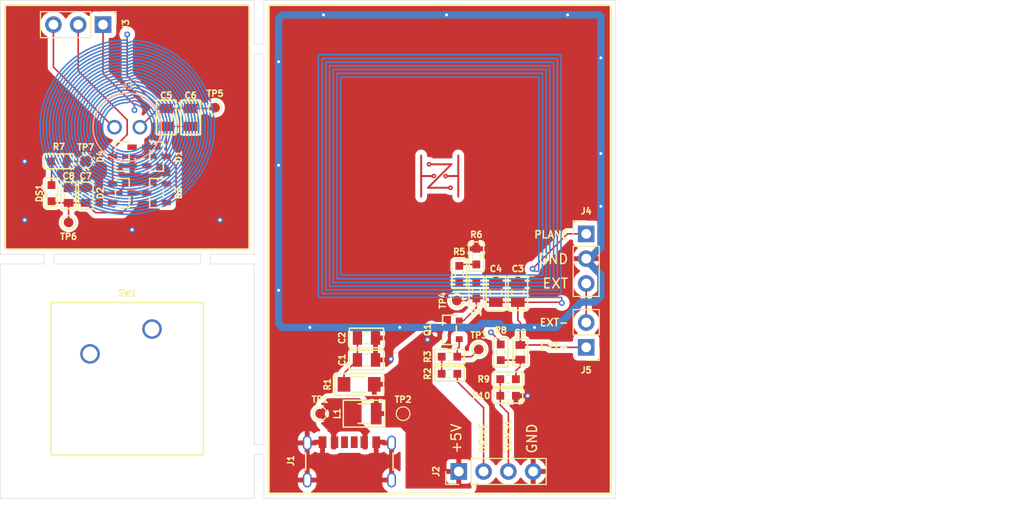
<source format=kicad_pcb>
(kicad_pcb (version 20240108) (generator "pcbnew") (generator_version "8.0")
  (layers (0 "F.Cu" signal) (1 "In1.Cu" signal) (2 "In2.Cu" signal) (31 "B.Cu" signal) (34 "B.Paste" user) (35 "F.Paste" user) (36 "B.SilkS" user "B.Silkscreen") (37 "F.SilkS" user "F.Silkscreen") (38 "B.Mask" user) (39 "F.Mask" user) (44 "Edge.Cuts" user))
  (net 0 "")
  (net 1 "GND")
  (net 2 "Net-(C1-Pad1)")
  (net 3 "Net-(C5-Pad2)")
  (net 4 "/Vout_rx")
  (net 5 "GND1")
  (net 6 "Net-(C9-Pad1)")
  (net 7 "Net-(DS1-Pad2)")
  (net 9 "+5VD")
  (net 11 "+5V")
  (net 12 "/Sense")
  (net 13 "/Drive")
  (net 14 "Net-(Q1-Pad1)")
  (net 15 "Net-(R2-Pad2)")
  (net 16 "Net-(R4-Pad2)")
  (net 17 "Net-(R5-Pad2)")
  (net 20 "Net-(J3-Pin_2)")
  (net 21 "Net-(J3-Pin_3)")
  (net 22 "Net-(J3-Pin_1)")
  (net 23 "/LC_tx")
  (net 24 "/LC_rx")
  (net 25 "Net-(J4-Pin_1)")
  (net 26 "Net-(J4-Pin_3)")
  (footprint "Harrington-Resistors:1608-SEM" (layer "F.Cu") (at 135.5 84.3 180)
    (property "Reference" "R9" (at 2.5 0 0) (layer "F.SilkS") (effects (font (size 0.629921 0.629921))))
    (property "Value" "100kΩ±1%" (hide yes))
    (pad "1" smd rect (at -0.8 0 180) (size 0.8 0.8) (layers "F.Cu" "F.Paste" "F.Mask") (net 6 "Net-(C9-Pad1)"))
    (pad "2" smd rect (at 0.8 0 180) (size 0.8 0.8) (layers "F.Cu" "F.Paste" "F.Mask") (net 12 "/Sense"))
  )
  (footprint "TestPoint:TestPoint_Pad_D1.0mm" (layer "F.Cu") (at 124.75 87.83)
    (property "Reference" "TP2" (at 0 -1.448 0) (layer "F.SilkS") (effects (font (size 0.63 0.63))))
    (property "Value" "TestPoint" (hide yes))
    (pad "1" smd circle (at 0 0) (size 1 1) (layers "F.Cu" "F.Mask") (net 11 "+5V"))
  )
  (footprint "Harrington-Resistors:1608-SEM" (layer "F.Cu") (at 132.25 75.25 90)
    (property "Reference" "R4" (at -2.25 0 180) (layer "F.SilkS") (effects (font (size 0.629921 0.629921))))
    (property "Value" "10Ω±1%" (hide yes))
    (pad "1" smd rect (at -0.8 0 90) (size 0.8 0.8) (layers "F.Cu" "F.Paste" "F.Mask") (net 23 "/LC_tx"))
    (pad "2" smd rect (at 0.8 0 90) (size 0.8 0.8) (layers "F.Cu" "F.Paste" "F.Mask") (net 16 "Net-(R4-Pad2)"))
  )
  (footprint "TestPoint:TestPoint_Pad_D1.0mm" (layer "F.Cu") (at 92.25 62)
    (property "Reference" "TP7" (at 0 -1.448 0) (layer "F.SilkS") (effects (font (size 0.63 0.63))))
    (property "Value" "TestPoint" (hide yes))
    (pad "1" smd circle (at 0 0) (size 1 1) (layers "F.Cu" "F.Mask") (net 5 "GND1"))
  )
  (footprint "Harrington-Diodes:1608" (layer "F.Cu") (at 88.75 65.25 90)
    (property "Reference" "DS1" (at 0 -1.25 90) (layer "F.SilkS") (effects (font (size 0.63 0.63))))
    (property "Value" "RED" (hide yes))
    (pad "1" smd rect (at -0.825 0 90) (size 0.8 0.8) (layers "F.Cu" "F.Paste" "F.Mask") (net 4 "/Vout_rx"))
    (pad "2" smd rect (at 0.825 0 90) (size 0.8 0.8) (layers "F.Cu" "F.Paste" "F.Mask") (net 7 "Net-(DS1-Pad2)"))
  )
  (footprint "Harrington-Capacitors:1608-SEM" (layer "F.Cu") (at 90.5 65.5 90)
    (property "Reference" "C8" (at 2 0 0) (layer "F.SilkS") (effects (font (size 0.63 0.63))))
    (property "Value" "0.001uF±10%" (hide yes))
    (pad "1" smd rect (at -0.75 0 90) (size 0.8 1) (layers "F.Cu" "F.Paste" "F.Mask") (net 4 "/Vout_rx"))
    (pad "2" smd rect (at 0.75 0 90) (size 0.8 1) (layers "F.Cu" "F.Paste" "F.Mask") (net 5 "GND1"))
  )
  (footprint "TestPoint:TestPoint_Pad_D1.0mm" (layer "F.Cu") (at 116.25 87.83)
    (property "Reference" "TP1" (at 0 -1.448 0) (layer "F.SilkS") (effects (font (size 0.63 0.63))))
    (property "Value" "TestPoint" (hide yes))
    (pad "1" smd circle (at 0 0) (size 1 1) (layers "F.Cu" "F.Mask") (net 9 "+5VD"))
  )
  (footprint "TestPoint:TestPoint_Pad_D1.0mm" (layer "F.Cu") (at 90.5 68.25 180)
    (property "Reference" "TP6" (at 0 -1.448 0) (layer "F.SilkS") (effects (font (size 0.63 0.63))))
    (property "Value" "TestPoint" (hide yes))
    (pad "1" smd circle (at 0 0 180) (size 1 1) (layers "F.Cu" "F.Mask") (net 4 "/Vout_rx"))
  )
  (footprint "Harrington-Transistors:SOT-23-3" (layer "F.Cu") (at 129.5 79.25 -90)
    (property "Reference" "Q1" (at 0 2.25 90) (layer "F.SilkS") (effects (font (size 0.629921 0.629921))))
    (property "Value" "MMBT2222A" (hide yes))
    (pad "1" smd rect (at 0.95 -1 270) (size 0.6 0.7) (layers "F.Cu" "F.Paste" "F.Mask") (net 14 "Net-(Q1-Pad1)"))
    (pad "2" smd rect (at -0.95 -1 270) (size 0.6 0.7) (layers "F.Cu" "F.Paste" "F.Mask") (net 23 "/LC_tx"))
    (pad "3" smd rect (at 0 1 270) (size 0.6 0.7) (layers "F.Cu" "F.Paste" "F.Mask") (net 11 "+5V"))
  )
  (footprint "Harrington-Diodes:SOT-23-3" (layer "F.Cu") (at 99.5 61.5 90)
    (property "Reference" "D1" (at 0 2.25 90) (layer "F.SilkS") (effects (font (size 0.63 0.63))))
    (property "Value" "BAT54L" (hide yes))
    (pad "1" smd rect (at 0.95 -1 90) (size 0.56 0.95) (layers "F.Cu" "F.Paste" "F.Mask") (net 5 "GND1"))
    (pad "2" smd rect (at -0.95 -1 90) (size 0.56 0.95) (layers "F.Cu" "F.Paste" "F.Mask"))
    (pad "3" smd rect (at 0 1 90) (size 0.56 0.95) (layers "F.Cu" "F.Paste" "F.Mask") (net 3 "Net-(C5-Pad2)"))
  )
  (footprint "Connector_PinHeader_2.54mm:PinHeader_1x03_P2.54mm_Vertical" (layer "F.Cu") (at 94.025 48 -90)
    (property "Reference" "J3" (at 0 -2.33 90) (layer "F.SilkS") (effects (font (size 0.63 0.63))))
    (property "Value" "Conn_01x03_Pin" (hide yes))
    (pad "1" thru_hole rect (at 0 0 270) (size 1.7 1.7) (drill 1) (layers "*.Cu" "*.Mask") (net 22 "Net-(J3-Pin_1)"))
    (pad "2" thru_hole oval (at 0 2.54 270) (size 1.7 1.7) (drill 1) (layers "*.Cu" "*.Mask") (net 20 "Net-(J3-Pin_2)"))
    (pad "3" thru_hole oval (at 0 5.08 270) (size 1.7 1.7) (drill 1) (layers "*.Cu" "*.Mask") (net 21 "Net-(J3-Pin_3)"))
  )
  (footprint "Harrington-Resistors:3216-SEM" (layer "F.Cu") (at 120.25 84.83 180)
    (property "Reference" "R1" (at 3.25 0 90) (layer "F.SilkS") (effects (font (size 0.629921 0.629921))))
    (property "Value" "1Ω±1%" (hide yes))
    (pad "1" smd rect (at -1.55 0 180) (size 1.3 1.5) (layers "F.Cu" "F.Paste" "F.Mask") (net 11 "+5V"))
    (pad "2" smd rect (at 1.55 0 180) (size 1.3 1.5) (layers "F.Cu" "F.Paste" "F.Mask") (net 2 "Net-(C1-Pad1)"))
  )
  (footprint "Harrington-Resistors:1608-SEM" (layer "F.Cu") (at 132.25 71.75 90)
    (property "Reference" "R6" (at 2.25 0 180) (layer "F.SilkS") (effects (font (size 0.629921 0.629921))))
    (property "Value" "10Ω±1%" (hide yes))
    (pad "1" smd rect (at -0.8 0 90) (size 0.8 0.8) (layers "F.Cu" "F.Paste" "F.Mask") (net 17 "Net-(R5-Pad2)"))
    (pad "2" smd rect (at 0.8 0 90) (size 0.8 0.8) (layers "F.Cu" "F.Paste" "F.Mask") (net 1 "GND"))
  )
  (footprint "Connector_PinHeader_2.54mm:PinHeader_1x02_P2.54mm_Vertical" (layer "F.Cu") (at 143.5 81.04 180)
    (property "Reference" "J5" (at 0 -2.33 0) (layer "F.SilkS") (effects (font (size 0.63 0.63))))
    (property "Value" "Conn_01x02_Pin" (hide yes))
    (pad "1" thru_hole rect (at 0 0 180) (size 1.7 1.7) (drill 1) (layers "*.Cu" "*.Mask") (net 23 "/LC_tx"))
    (pad "2" thru_hole oval (at 0 2.54 180) (size 1.7 1.7) (drill 1) (layers "*.Cu" "*.Mask") (net 26 "Net-(J4-Pin_3)"))
  )
  (footprint "Harrington-Resistors:1608-SEM" (layer "F.Cu") (at 130.5 73.5 90)
    (property "Reference" "R5" (at 2.25 0 0) (layer "F.SilkS") (effects (font (size 0.629921 0.629921))))
    (property "Value" "10Ω±1%" (hide yes))
    (pad "1" smd rect (at -0.8 0 90) (size 0.8 0.8) (layers "F.Cu" "F.Paste" "F.Mask") (net 16 "Net-(R4-Pad2)"))
    (pad "2" smd rect (at 0.8 0 90) (size 0.8 0.8) (layers "F.Cu" "F.Paste" "F.Mask") (net 17 "Net-(R5-Pad2)"))
  )
  (footprint "Harrington-Switches:MX-1-Pole" (layer "F.Cu") (at 96.5 84.25)
    (property "Reference" "SW1" (at 0 -8.75 0) (layer "F.SilkS") (effects (font (size 0.63 0.63))))
    (property "Value" "MX-Brown" (hide yes))
    (pad "" np_thru_hole circle (at 0 0) (size 4 4) (drill 4) (layers "F&B.Cu" "*.Mask"))
    (pad "1" thru_hole circle (at -3.81 -2.54) (size 2 2) (drill 1.5) (layers "*.Cu" "*.Mask"))
    (pad "2" thru_hole circle (at 2.54 -5.08) (size 2 2) (drill 1.5) (layers "*.Cu" "*.Mask"))
  )
  (footprint "Harrington-Diodes:SOT-23-3" (layer "F.Cu") (at 96 65.25 90)
    (property "Reference" "D2" (at 0 -2.25 90) (layer "F.SilkS") (effects (font (size 0.63 0.63))))
    (property "Value" "BAT54L" (hide yes))
    (pad "1" smd rect (at 0.95 -1 90) (size 0.56 0.95) (layers "F.Cu" "F.Paste" "F.Mask") (net 20 "Net-(J3-Pin_2)"))
    (pad "2" smd rect (at -0.95 -1 90) (size 0.56 0.95) (layers "F.Cu" "F.Paste" "F.Mask"))
    (pad "3" smd rect (at 0 1 90) (size 0.56 0.95) (layers "F.Cu" "F.Paste" "F.Mask") (net 4 "/Vout_rx"))
  )
  (footprint "TestPoint:TestPoint_Pad_D1.0mm" (layer "F.Cu") (at 132.5 81.25)
    (property "Reference" "TP3" (at 0 -1.448 0) (layer "F.SilkS") (effects (font (size 0.63 0.63))))
    (property "Value" "TestPoint" (hide yes))
    (pad "1" smd circle (at 0 0) (size 1 1) (layers "F.Cu" "F.Mask") (net 14 "Net-(Q1-Pad1)"))
  )
  (footprint "Harrington-Inductors:2520-SEM" (layer "F.Cu") (at 120.75 87.83)
    (property "Reference" "L1" (at -2.75 0 90) (layer "F.SilkS") (effects (font (size 0.629921 0.629921))))
    (property "Value" "4.7uH" (hide yes))
    (pad "1" smd rect (at -1.25 0) (size 1.1 2.2) (layers "F.Cu" "F.Paste" "F.Mask") (net 9 "+5VD"))
    (pad "2" smd rect (at 1.25 0) (size 1.1 2.2) (layers "F.Cu" "F.Paste" "F.Mask") (net 11 "+5V"))
  )
  (footprint "TestPoint:TestPoint_Pad_D1.0mm" (layer "F.Cu") (at 130.25 76.25 90)
    (property "Reference" "TP4" (at 0 -1.448 90) (layer "F.SilkS") (effects (font (size 0.63 0.63))))
    (property "Value" "TestPoint" (hide yes))
    (pad "1" smd circle (at 0 0 90) (size 1 1) (layers "F.Cu" "F.Mask") (net 23 "/LC_tx"))
  )
  (footprint "Harrington-Resistors:1608-SEM" (layer "F.Cu") (at 89.5 62)
    (property "Reference" "R7" (at 0 -1.5 0) (layer "F.SilkS") (effects (font (size 0.63 0.63))))
    (property "Value" "3.3kΩ±1%" (hide yes))
    (pad "1" smd rect (at -0.8 0) (size 0.8 0.8) (layers "F.Cu" "F.Paste" "F.Mask") (net 7 "Net-(DS1-Pad2)"))
    (pad "2" smd rect (at 0.8 0) (size 0.8 0.8) (layers "F.Cu" "F.Paste" "F.Mask") (net 5 "GND1"))
  )
  (footprint "Harrington-Connectors:USB-4125" (layer "F.Cu") (at 119.25 90.83)
    (property "Reference" "J1" (at -6 1.8125 90) (layer "F.SilkS") (effects (font (size 0.629921 0.629921))))
    (property "Value" "USB-C-CHARGING" (hide yes))
    (pad "A5" smd rect (at -0.5 -0.08) (size 0.7 1.2) (layers "F.Cu" "F.Paste" "F.Mask"))
    (pad "A9" smd rect (at 1.52 -0.08) (size 0.76 1.2) (layers "F.Cu" "F.Paste" "F.Mask") (net 9 "+5VD"))
    (pad "A12" smd rect (at 2.75 -0.08) (size 0.8 1.2) (layers "F.Cu" "F.Paste" "F.Mask") (net 1 "GND"))
    (pad "B5" smd rect (at 0.5 -0.08) (size 0.7 1.2) (layers "F.Cu" "F.Paste" "F.Mask"))
    (pad "B9" smd rect (at -1.52 -0.08) (size 0.76 1.2) (layers "F.Cu" "F.Paste" "F.Mask") (net 9 "+5VD"))
    (pad "B12" smd rect (at -2.75 -0.08) (size 0.8 1.2) (layers "F.Cu" "F.Paste" "F.Mask") (net 1 "GND"))
    (pad "SHELL@1" thru_hole oval (at -4.32 0) (size 0.9 1.5) (drill oval 0.6 1.2) (layers "*.Cu" "*.Mask") (net 1 "GND"))
    (pad "SHELL@2" thru_hole oval (at 4.32 0) (size 0.9 1.5) (drill oval 0.6 1.2) (layers "*.Cu" "*.Mask") (net 1 "GND"))
    (pad "SHELL@3" thru_hole oval (at -4.32 3.8) (size 0.9 1.5) (drill oval 0.6 1.2) (layers "*.Cu" "*.Mask") (net 1 "GND"))
    (pad "SHELL@4" thru_hole oval (at 4.32 3.8) (size 0.9 1.5) (drill oval 0.6 1.2) (layers "*.Cu" "*.Mask") (net 1 "GND"))
  )
  (footprint "Harrington-Aesthetics:SIGNATURE" (layer "F.Cu") (at 128.5 63.5)
    (property "Reference" "U1" (hide yes))
    (property "Value" "SIGNATURE" (hide yes))
    (fp_line (start -1.9 0) (end -1.9 -2.1) (stroke (width 0.2)) (layer "F.Cu"))
    (fp_line (start -1.9 0) (end -0.8 0) (stroke (width 0.2)) (layer "F.Cu"))
    (fp_line (start -1.9 2.1) (end -1.9 0) (stroke (width 0.2)) (layer "F.Cu"))
    (fp_line (start -1.2 1.2) (end 1.2 -1.2) (stroke (width 0.2)) (layer "F.Cu"))
    (fp_line (start -0.9 -1.2) (end 1.2 -1.2) (stroke (width 0.2)) (layer "F.Cu"))
    (fp_line (start 0.9 1.2) (end -1.2 1.2) (stroke (width 0.2)) (layer "F.Cu"))
    (fp_line (start 1.9 -2.1) (end 1.9 0) (stroke (width 0.2)) (layer "F.Cu"))
    (fp_line (start 1.9 0) (end 0.8 0) (stroke (width 0.2)) (layer "F.Cu"))
    (fp_line (start 1.9 0) (end 1.9 2.1) (stroke (width 0.2)) (layer "F.Cu"))
    (fp_circle (center -1.1 -1.2) (end -0.94 -1.2) (stroke (width 0.16)) (fill none) (layer "F.Cu"))
    (fp_circle (center -0.6 0) (end -0.44 0) (stroke (width 0.16)) (fill none) (layer "F.Cu"))
    (fp_circle (center 0.6 0) (end 0.76 0) (stroke (width 0.16)) (fill none) (layer "F.Cu"))
    (fp_circle (center 1.1 1.2) (end 1.26 1.2) (stroke (width 0.16)) (fill none) (layer "F.Cu"))
  )
  (footprint "Harrington-Capacitors:2012-SEM" (layer "F.Cu") (at 100.5 57.5 -90)
    (property "Reference" "C5" (at -2.25 0 180) (layer "F.SilkS") (effects (font (size 0.63 0.63))))
    (property "Value" "0.01uF±5%" (hide yes))
    (pad "1" smd rect (at -0.925 0 270) (size 0.95 1.4) (layers "F.Cu" "F.Paste" "F.Mask") (net 24 "/LC_rx"))
    (pad "2" smd rect (at 0.925 0 270) (size 0.95 1.4) (layers "F.Cu" "F.Paste" "F.Mask") (net 3 "Net-(C5-Pad2)"))
  )
  (footprint "Harrington-Resistors:1608-SEM" (layer "F.Cu") (at 129.5 83.75 180)
    (property "Reference" "R2" (at 2.25 0 90) (layer "F.SilkS") (effects (font (size 0.629921 0.629921))))
    (property "Value" "3.3kΩ±1%" (hide yes))
    (pad "1" smd rect (at -0.8 0 180) (size 0.8 0.8) (layers "F.Cu" "F.Paste" "F.Mask") (net 13 "/Drive"))
    (pad "2" smd rect (at 0.8 0 180) (size 0.8 0.8) (layers "F.Cu" "F.Paste" "F.Mask") (net 15 "Net-(R2-Pad2)"))
  )
  (footprint "TestPoint:TestPoint_Pad_D1.0mm" (layer "F.Cu") (at 105.5 56.5)
    (property "Reference" "TP5" (at 0 -1.448 0) (layer "F.SilkS") (effects (font (size 0.63 0.63))))
    (property "Value" "TestPoint" (hide yes))
    (pad "1" smd circle (at 0 0) (size 1 1) (layers "F.Cu" "F.Mask") (net 24 "/LC_rx"))
  )
  (footprint "Connector_PinHeader_2.54mm:PinHeader_1x03_P2.54mm_Vertical" (layer "F.Cu") (at 143.5 69.42)
    (property "Reference" "J4" (at 0 -2.33 0) (layer "F.SilkS") (effects (font (size 0.63 0.63))))
    (property "Value" "Conn_01x03_Pin" (hide yes))
    (pad "1" thru_hole rect (at 0 0) (size 1.7 1.7) (drill 1) (layers "*.Cu" "*.Mask") (net 25 "Net-(J4-Pin_1)"))
    (pad "2" thru_hole oval (at 0 2.54) (size 1.7 1.7) (drill 1) (layers "*.Cu" "*.Mask") (net 1 "GND"))
    (pad "3" thru_hole oval (at 0 5.08) (size 1.7 1.7) (drill 1) (layers "*.Cu" "*.Mask") (net 26 "Net-(J4-Pin_3)"))
  )
  (footprint "Harrington-Diodes:SOT-23-3" (layer "F.Cu") (at 99.5 65.25 -90)
    (property "Reference" "D3" (at 0 -2.25 90) (layer "F.SilkS") (effects (font (size 0.63 0.63))))
    (property "Value" "BAT54L" (hide yes))
    (pad "1" smd rect (at 0.95 -1 270) (size 0.56 0.95) (layers "F.Cu" "F.Paste" "F.Mask") (net 3 "Net-(C5-Pad2)"))
    (pad "2" smd rect (at -0.95 -1 270) (size 0.56 0.95) (layers "F.Cu" "F.Paste" "F.Mask"))
    (pad "3" smd rect (at 0 1 270) (size 0.56 0.95) (layers "F.Cu" "F.Paste" "F.Mask") (net 4 "/Vout_rx"))
  )
  (footprint "Harrington-Capacitors:2012-SEM" (layer "F.Cu") (at 134.25 75.5 90)
    (property "Reference" "C4" (at 2.5 0 180) (layer "F.SilkS") (effects (font (size 0.629921 0.629921))))
    (property "Value" "0.039uF±5%" (hide yes))
    (pad "1" smd rect (at -0.925 0 90) (size 0.95 1.4) (layers "F.Cu" "F.Paste" "F.Mask") (net 23 "/LC_tx"))
    (pad "2" smd rect (at 0.925 0 90) (size 0.95 1.4) (layers "F.Cu" "F.Paste" "F.Mask") (net 1 "GND"))
  )
  (footprint "Harrington-Resistors:1608-SEM" (layer "F.Cu") (at 134.75 81.55 -90)
    (property "Reference" "R8" (at -2.25 0 180) (layer "F.SilkS") (effects (font (size 0.629921 0.629921))))
    (property "Value" "180kΩ±1%" (hide yes))
    (pad "1" smd rect (at -0.8 0 270) (size 0.8 0.8) (layers "F.Cu" "F.Paste" "F.Mask") (net 11 "+5V"))
    (pad "2" smd rect (at 0.8 0 270) (size 0.8 0.8) (layers "F.Cu" "F.Paste" "F.Mask") (net 6 "Net-(C9-Pad1)"))
  )
  (footprint "Harrington-Capacitors:1608-SEM" (layer "F.Cu") (at 136.75 81.55 90)
    (property "Reference" "C9" (at 2 0 180) (layer "F.SilkS") (effects (font (size 0.629921 0.629921))))
    (property "Value" "0.1uF±5%" (hide yes))
    (pad "1" smd rect (at -0.75 0 90) (size 0.8 1) (layers "F.Cu" "F.Paste" "F.Mask") (net 6 "Net-(C9-Pad1)"))
    (pad "2" smd rect (at 0.75 0 90) (size 0.8 1) (layers "F.Cu" "F.Paste" "F.Mask") (net 23 "/LC_tx"))
  )
  (footprint "Harrington-Diodes:SOT-23-3" (layer "F.Cu") (at 96 61.5 -90)
    (property "Reference" "D4" (at 0 2.25 90) (layer "F.SilkS") (effects (font (size 0.63 0.63))))
    (property "Value" "BAT54L" (hide yes))
    (pad "1" smd rect (at 0.95 -1 270) (size 0.56 0.95) (layers "F.Cu" "F.Paste" "F.Mask") (net 5 "GND1"))
    (pad "2" smd rect (at -0.95 -1 270) (size 0.56 0.95) (layers "F.Cu" "F.Paste" "F.Mask"))
    (pad "3" smd rect (at 0 1 270) (size 0.56 0.95) (layers "F.Cu" "F.Paste" "F.Mask") (net 20 "Net-(J3-Pin_2)"))
  )
  (footprint "Connector_PinHeader_2.54mm:PinHeader_1x04_P2.54mm_Vertical" (layer "F.Cu") (at 130.45 93.75 90)
    (property "Reference" "J2" (at 0 -2.33 90) (layer "F.SilkS") (effects (font (size 0.63 0.63))))
    (property "Value" "Conn_01x04_Pin" (hide yes))
    (pad "1" thru_hole rect (at 0 0 90) (size 1.7 1.7) (drill 1) (layers "*.Cu" "*.Mask") (net 11 "+5V"))
    (pad "2" thru_hole oval (at 0 2.54 90) (size 1.7 1.7) (drill 1) (layers "*.Cu" "*.Mask") (net 13 "/Drive"))
    (pad "3" thru_hole oval (at 0 5.08 90) (size 1.7 1.7) (drill 1) (layers "*.Cu" "*.Mask") (net 12 "/Sense"))
    (pad "4" thru_hole oval (at 0 7.62 90) (size 1.7 1.7) (drill 1) (layers "*.Cu" "*.Mask") (net 1 "GND"))
  )
  (footprint "Harrington-Capacitors:1608-SEM" (layer "F.Cu") (at 92.25 65.5 90)
    (property "Reference" "C7" (at 2 0 0) (layer "F.SilkS") (effects (font (size 0.63 0.63))))
    (property "Value" "0.001uF±10%" (hide yes))
    (pad "1" smd rect (at -0.75 0 90) (size 0.8 1) (layers "F.Cu" "F.Paste" "F.Mask") (net 4 "/Vout_rx"))
    (pad "2" smd rect (at 0.75 0 90) (size 0.8 1) (layers "F.Cu" "F.Paste" "F.Mask") (net 5 "GND1"))
  )
  (footprint "Harrington-Capacitors:2012-SEM" (layer "F.Cu") (at 136.5 75.5 90)
    (property "Reference" "C3" (at 2.5 0 180) (layer "F.SilkS") (effects (font (size 0.629921 0.629921))))
    (property "Value" "0.039uF±5%" (hide yes))
    (pad "1" smd rect (at -0.925 0 90) (size 0.95 1.4) (layers "F.Cu" "F.Paste" "F.Mask") (net 23 "/LC_tx"))
    (pad "2" smd rect (at 0.925 0 90) (size 0.95 1.4) (layers "F.Cu" "F.Paste" "F.Mask") (net 1 "GND"))
  )
  (footprint "Harrington-Capacitors:2012-SEM" (layer "F.Cu") (at 121 80.08)
    (property "Reference" "C2" (at -2.5 0 90) (layer "F.SilkS") (effects (font (size 0.629921 0.629921))))
    (property "Value" "10uF±10%" (hide yes))
    (pad "1" smd rect (at -0.925 0) (size 0.95 1.4) (layers "F.Cu" "F.Paste" "F.Mask") (net 2 "Net-(C1-Pad1)"))
    (pad "2" smd rect (at 0.925 0) (size 0.95 1.4) (layers "F.Cu" "F.Paste" "F.Mask") (net 1 "GND"))
  )
  (footprint "Harrington-Capacitors:2012-SEM" (layer "F.Cu") (at 121 82.33)
    (property "Reference" "C1" (at -2.5 0 90) (layer "F.SilkS") (effects (font (size 0.629921 0.629921))))
    (property "Value" "10uF±10%" (hide yes))
    (pad "1" smd rect (at -0.925 0) (size 0.95 1.4) (layers "F.Cu" "F.Paste" "F.Mask") (net 2 "Net-(C1-Pad1)"))
    (pad "2" smd rect (at 0.925 0) (size 0.95 1.4) (layers "F.Cu" "F.Paste" "F.Mask") (net 1 "GND"))
  )
  (footprint "Harrington-Capacitors:2012-SEM" (layer "F.Cu") (at 103 57.5 -90)
    (property "Reference" "C6" (at -2.25 0 180) (layer "F.SilkS") (effects (font (size 0.63 0.63))))
    (property "Value" "0.01uF±5%" (hide yes))
    (pad "1" smd rect (at -0.925 0 270) (size 0.95 1.4) (layers "F.Cu" "F.Paste" "F.Mask") (net 24 "/LC_rx"))
    (pad "2" smd rect (at 0.925 0 270) (size 0.95 1.4) (layers "F.Cu" "F.Paste" "F.Mask") (net 3 "Net-(C5-Pad2)"))
  )
  (footprint "Harrington-Resistors:1608-SEM" (layer "F.Cu") (at 135.5 86)
    (property "Reference" "R10" (at -2.75 0 0) (layer "F.SilkS") (effects (font (size 0.629921 0.629921))))
    (property "Value" "100kΩ±1%" (hide yes))
    (pad "1" smd rect (at -0.8 0) (size 0.8 0.8) (layers "F.Cu" "F.Paste" "F.Mask") (net 12 "/Sense"))
    (pad "2" smd rect (at 0.8 0) (size 0.8 0.8) (layers "F.Cu" "F.Paste" "F.Mask") (net 1 "GND"))
  )
  (footprint "Harrington-Resistors:1608-SEM" (layer "F.Cu") (at 129.5 82)
    (property "Reference" "R3" (at -2.25 0 90) (layer "F.SilkS") (effects (font (size 0.629921 0.629921))))
    (property "Value" "3.3kΩ±1%" (hide yes))
    (pad "1" smd rect (at -0.8 0) (size 0.8 0.8) (layers "F.Cu" "F.Paste" "F.Mask") (net 15 "Net-(R2-Pad2)"))
    (pad "2" smd rect (at 0.8 0) (size 0.8 0.8) (layers "F.Cu" "F.Paste" "F.Mask") (net 14 "Net-(Q1-Pad1)"))
  )
  (footprint "Harrington-Inductors:7x9mm-TH" (layer "B.Cu") (at 96.5 58.5 180)
    (property "Reference" "L4" (at 0 4.25 0) (layer "B.SilkS") (effects (font (size 0.63 0.63)) (justify mirror)))
    (property "Value" "33uH" (hide yes))
    (pad "1" thru_hole circle (at -1.3 0 180) (size 1.5 1.5) (drill 1) (layers "*.Cu" "*.Mask") (net 24 "/LC_rx"))
    (pad "2" thru_hole circle (at 1.3 0 180) (size 1.5 1.5) (drill 1) (layers "*.Cu" "*.Mask") (net 21 "Net-(J3-Pin_3)"))
  )
  (footprint "Harrington-Inductors:PLANAR-2.5uH-25x25mm" (layer "B.Cu") (at 128.5 63.5 180)
    (property "Reference" "L2" (hide yes))
    (property "Value" "2.5uH" (hide yes))
    (fp_line (start 12.42 12.42) (end 12.42 -12.42) (stroke (width 0.16)) (layer "B.Cu"))
    (fp_line (start 12.42 -12.42) (end -12.42 -12.42) (stroke (width 0.16)) (layer "B.Cu"))
    (fp_line (start 12.04 12.04) (end 12.04 -12.04) (stroke (width 0.16)) (layer "B.Cu"))
    (fp_line (start 12.04 -12.04) (end -12.42 -12.04) (stroke (width 0.16)) (layer "B.Cu"))
    (fp_line (start 11.66 11.66) (end 11.66 -11.66) (stroke (width 0.16)) (layer "B.Cu"))
    (fp_line (start 11.66 -11.66) (end -12.04 -11.66) (stroke (width 0.16)) (layer "B.Cu"))
    (fp_line (start 11.28 11.28) (end 11.28 -11.28) (stroke (width 0.16)) (layer "B.Cu"))
    (fp_line (start 11.28 -11.28) (end -11.66 -11.28) (stroke (width 0.16)) (layer "B.Cu"))
    (fp_line (start 10.9 10.9) (end 10.9 -10.9) (stroke (width 0.16)) (layer "B.Cu"))
    (fp_line (start 10.9 -10.9) (end -11.28 -10.9) (stroke (width 0.16)) (layer "B.Cu"))
    (fp_line (start 10.52 10.52) (end 10.52 -10.52) (stroke (width 0.16)) (layer "B.Cu"))
    (fp_line (start 10.52 -10.52) (end -10.9 -10.52) (stroke (width 0.16)) (layer "B.Cu"))
    (fp_line (start 10.14 10.14) (end 10.14 -10.14) (stroke (width 0.16)) (layer "B.Cu"))
    (fp_line (start 10.14 -10.14) (end -10.52 -10.14) (stroke (width 0.16)) (layer "B.Cu"))
    (fp_line (start -10.14 10.14) (end 10.14 10.14) (stroke (width 0.16)) (layer "B.Cu"))
    (fp_line (start -10.14 -9.76) (end -10.14 10.14) (stroke (width 0.16)) (layer "B.Cu"))
    (fp_line (start -10.52 10.52) (end 10.52 10.52) (stroke (width 0.16)) (layer "B.Cu"))
    (fp_line (start -10.52 -10.14) (end -10.52 10.52) (stroke (width 0.16)) (layer "B.Cu"))
    (fp_line (start -10.9 10.9) (end 10.9 10.9) (stroke (width 0.16)) (layer "B.Cu"))
    (fp_line (start -10.9 -10.52) (end -10.9 10.9) (stroke (width 0.16)) (layer "B.Cu"))
    (fp_line (start -11.28 11.28) (end 11.28 11.28) (stroke (width 0.16)) (layer "B.Cu"))
    (fp_line (start -11.28 -10.9) (end -11.28 11.28) (stroke (width 0.16)) (layer "B.Cu"))
    (fp_line (start -11.66 11.66) (end 11.66 11.66) (stroke (width 0.16)) (layer "B.Cu"))
    (fp_line (start -11.66 -11.28) (end -11.66 11.66) (stroke (width 0.16)) (layer "B.Cu"))
    (fp_line (start -12.04 12.04) (end 12.04 12.04) (stroke (width 0.16)) (layer "B.Cu"))
    (fp_line (start -12.04 -11.66) (end -12.04 12.04) (stroke (width 0.16)) (layer "B.Cu"))
    (fp_line (start -12.42 12.42) (end 12.42 12.42) (stroke (width 0.16)) (layer "B.Cu"))
    (fp_line (start -12.42 -12.04) (end -12.42 12.42) (stroke (width 0.16)) (layer "B.Cu"))
    (pad "1" smd roundrect (at -12.42 -12.42 180) (size 0.16 0.16) (layers "B.Cu" "B.Paste" "B.Mask") (net 23 "/LC_tx"))
    (pad "2" smd roundrect (at -10.14 -9.76 180) (size 0.16 0.16) (layers "B.Cu" "B.Paste" "B.Mask") (net 25 "Net-(J4-Pin_1)"))
  )
  (footprint "Harrington-Inductors:PLANAR-4.7uH-18x18mm" (layer "B.Cu") (at 96.5 58.5 180)
    (property "Reference" "L3" (hide yes))
    (property "Value" "4.7uH" (hide yes))
    (fp_line (start 0 8.6) (end -0.781381 8.88571) (stroke (width 0.16)) (layer "B.Cu"))
    (fp_line (start 0 8.28) (end -0.779508 8.5646) (stroke (width 0.16)) (layer "B.Cu"))
    (fp_line (start 0 7.96) (end -0.779361 8.24324) (stroke (width 0.16)) (layer "B.Cu"))
    (fp_line (start 0 7.64) (end -0.786063 7.921092) (stroke (width 0.16)) (layer "B.Cu"))
    (fp_line (start 0 7.32) (end -0.782045 7.599869) (stroke (width 0.16)) (layer "B.Cu"))
    (fp_line (start 0 7) (end -0.772479 7.279126) (stroke (width 0.16)) (layer "B.Cu"))
    (fp_line (start 0 6.68) (end -0.785173 6.955825) (stroke (width 0.16)) (layer "B.Cu"))
    (fp_line (start 0 6.36) (end -0.766809 6.635843) (stroke (width 0.16)) (layer "B.Cu"))
    (fp_line (start 0 6.04) (end -0.779026 6.31211) (stroke (width 0.16)) (layer "B.Cu"))
    (fp_line (start 0 5.72) (end -0.779926 5.989435) (stroke (width 0.16)) (layer "B.Cu"))
    (fp_line (start 0 5.4) (end -0.787717 5.665502) (stroke (width 0.16)) (layer "B.Cu"))
    (fp_line (start 0 5.08) (end -0.780482 5.343299) (stroke (width 0.16)) (layer "B.Cu"))
    (fp_line (start 0 4.76) (end -0.78301 5.019292) (stroke (width 0.16)) (layer "B.Cu"))
    (fp_line (start 0 4.44) (end -0.782539 4.695237) (stroke (width 0.16)) (layer "B.Cu"))
    (fp_line (start 0 4.12) (end -0.778438 4.37123) (stroke (width 0.16)) (layer "B.Cu"))
    (fp_line (start 0 3.8) (end -0.781022 4.045294) (stroke (width 0.16)) (layer "B.Cu"))
    (fp_line (start 0 3.48) (end -0.783853 3.718276) (stroke (width 0.16)) (layer "B.Cu"))
    (fp_line (start 0 3.16) (end -0.780319 3.391386) (stroke (width 0.16)) (layer "B.Cu"))
    (fp_line (start 0 2.84) (end -0.77577 3.063296) (stroke (width 0.16)) (layer "B.Cu"))
    (fp_line (start 0 2.52) (end -0.780209 2.73073) (stroke (width 0.16)) (layer "B.Cu"))
    (fp_arc (start -0.766809 6.635843) (mid 0.38403 -6.668952) (end 0 6.68) (stroke (width 0.16)) (layer "B.Cu"))
    (fp_arc (start -0.772479 7.279126) (mid 0.38678 -7.309774) (end 0 7.32) (stroke (width 0.16)) (layer "B.Cu"))
    (fp_arc (start -0.77577 3.063296) (mid 0.390885 -3.135731) (end 0 3.16) (stroke (width 0.16)) (layer "B.Cu"))
    (fp_arc (start -0.775973 2.397557) (mid 0.392769 -2.489202) (end 0 2.52) (stroke (width 0.16)) (layer "B.Cu"))
    (fp_arc (start -0.778438 4.37123) (mid 0.390713 -4.422775) (end 0 4.44) (stroke (width 0.16)) (layer "B.Cu"))
    (fp_arc (start -0.779026 6.31211) (mid 0.39023 -6.348016) (end 0 6.36) (stroke (width 0.16)) (layer "B.Cu"))
    (fp_arc (start -0.779361 8.24324) (mid 0.390102 -8.270805) (end 0 8.28) (stroke (width 0.16)) (layer "B.Cu"))
    (fp_arc (start -0.779508 8.5646) (mid 0.390148 -8.591146) (end 0 8.6) (stroke (width 0.16)) (layer "B.Cu"))
    (fp_arc (start -0.779926 5.989435) (mid 0.390762 -6.027346) (end 0 6.04) (stroke (width 0.16)) (layer "B.Cu"))
    (fp_arc (start -0.780209 2.73073) (mid 0.393896 -2.81255) (end 0 2.84) (stroke (width 0.16)) (layer "B.Cu"))
    (fp_arc (start -0.780319 3.391386) (mid 0.392667 -3.457775) (end 0 3.48) (stroke (width 0.16)) (layer "B.Cu"))
    (fp_arc (start -0.780482 5.343299) (mid 0.391269 -5.385806) (end 0 5.4) (stroke (width 0.16)) (layer "B.Cu"))
    (fp_arc (start -0.781022 4.045294) (mid 0.392293 -4.101281) (end 0 4.12) (stroke (width 0.16)) (layer "B.Cu"))
    (fp_arc (start -0.781381 8.88571) (mid 0.391067 -8.911423) (end 0 8.92) (stroke (width 0.16)) (layer "B.Cu"))
    (fp_arc (start -0.782045 7.599869) (mid 0.391533 -7.629961) (end 0 7.64) (stroke (width 0.16)) (layer "B.Cu"))
    (fp_arc (start -0.782539 4.695237) (mid 0.392585 -4.743782) (end 0 4.76) (stroke (width 0.16)) (layer "B.Cu"))
    (fp_arc (start -0.78301 5.019292) (mid 0.39268 -5.0648) (end 0 5.08) (stroke (width 0.16)) (layer "B.Cu"))
    (fp_arc (start -0.783853 3.718276) (mid 0.394049 -3.779514) (end 0 3.8) (stroke (width 0.16)) (layer "B.Cu"))
    (fp_arc (start -0.785173 6.955825) (mid 0.393207 -6.988947) (end 0 7) (stroke (width 0.16)) (layer "B.Cu"))
    (fp_arc (start -0.786063 7.921092) (mid 0.393513 -7.950267) (end 0 7.96) (stroke (width 0.16)) (layer "B.Cu"))
    (fp_arc (start -0.787717 5.665502) (mid 0.394786 -5.706359) (end 0 5.72) (stroke (width 0.16)) (layer "B.Cu"))
    (pad "1" smd roundrect (at 0 8.92 180) (size 0.16 0.16) (layers "B.Cu" "B.Paste" "B.Mask") (roundrect_rratio 0.5) (net 24 "/LC_rx"))
    (pad "2" smd roundrect (at -0.775973 2.397557 180) (size 0.16 0.16) (layers "B.Cu" "B.Paste" "B.Mask") (roundrect_rratio 0.5) (net 22 "Net-(J3-Pin_1)"))
  )
  (gr_rect (start 84 46) (end 109 71) (stroke (width 0.2)) (fill none) (layer "F.SilkS"))
  (gr_rect (start 111 46) (end 146 96) (stroke (width 0.2)) (fill none) (layer "F.SilkS"))
  (gr_line (start 104 71.5) (end 89 71.5) (stroke (width 0.05)) (layer "Edge.Cuts"))
  (gr_line (start 110.5 96.5) (end 110.5 92) (stroke (width 0.05)) (layer "Edge.Cuts"))
  (gr_line (start 89 72.5) (end 104 72.5) (stroke (width 0.05)) (layer "Edge.Cuts"))
  (gr_line (start 110.5 92) (end 109.5 92) (stroke (width 0.05)) (layer "Edge.Cuts"))
  (gr_line (start 88 71.5) (end 88 72.5) (stroke (width 0.05)) (layer "Edge.Cuts"))
  (gr_line (start 146.5 96.5) (end 110.5 96.5) (stroke (width 0.05)) (layer "Edge.Cuts"))
  (gr_line (start 83.5 45.5) (end 109.5 45.5) (stroke (width 0.05)) (layer "Edge.Cuts"))
  (gr_line (start 109.5 45.5) (end 109.5 50) (stroke (width 0.05)) (layer "Edge.Cuts"))
  (gr_line (start 110.5 91) (end 109.5 91) (stroke (width 0.05)) (layer "Edge.Cuts"))
  (gr_line (start 109.5 91) (end 109.5 72.5) (stroke (width 0.05)) (layer "Edge.Cuts"))
  (gr_line (start 110.5 50) (end 110.5 45.5) (stroke (width 0.05)) (layer "Edge.Cuts"))
  (gr_line (start 109.5 50) (end 110.5 50) (stroke (width 0.05)) (layer "Edge.Cuts"))
  (gr_line (start 88 72.5) (end 83.5 72.5) (stroke (width 0.05)) (layer "Edge.Cuts"))
  (gr_line (start 105 72.5) (end 105 71.5) (stroke (width 0.05)) (layer "Edge.Cuts"))
  (gr_line (start 109.5 71.5) (end 109.5 51) (stroke (width 0.05)) (layer "Edge.Cuts"))
  (gr_line (start 109.5 96.5) (end 83.5 96.5) (stroke (width 0.05)) (layer "Edge.Cuts"))
  (gr_line (start 109.5 92) (end 109.5 96.5) (stroke (width 0.05)) (layer "Edge.Cuts"))
  (gr_line (start 83.5 45.5) (end 83.5 71.5) (stroke (width 0.05)) (layer "Edge.Cuts"))
  (gr_line (start 105 71.5) (end 109.5 71.5) (stroke (width 0.05)) (layer "Edge.Cuts"))
  (gr_line (start 109.5 51) (end 110.5 51) (stroke (width 0.05)) (layer "Edge.Cuts"))
  (gr_line (start 83.5 71.5) (end 88 71.5) (stroke (width 0.05)) (layer "Edge.Cuts"))
  (gr_line (start 83.5 72.5) (end 83.5 96.5) (stroke (width 0.05)) (layer "Edge.Cuts"))
  (gr_line (start 109.5 72.5) (end 105 72.5) (stroke (width 0.05)) (layer "Edge.Cuts"))
  (gr_line (start 146.5 45.5) (end 146.5 96.5) (stroke (width 0.05)) (layer "Edge.Cuts"))
  (gr_line (start 110.5 45.5) (end 146.5 45.5) (stroke (width 0.05)) (layer "Edge.Cuts"))
  (gr_line (start 89 71.5) (end 89 72.5) (stroke (width 0.05)) (layer "Edge.Cuts"))
  (gr_line (start 110.5 51) (end 110.5 91) (stroke (width 0.05)) (layer "Edge.Cuts"))
  (gr_line (start 104 72.5) (end 104 71.5) (stroke (width 0.05)) (layer "Edge.Cuts"))
  (gr_text "EXT" (at 141.75 74.5 0) (layer "F.SilkS") (effects (font (size 1 1)) (justify right)))
  (gr_text "EXT+" (at 141.75 81 0) (layer "F.SilkS") (effects (font (size 0.75 0.75) (thickness 0.15) (bold yes)) (justify right)))
  (gr_text "EXT-" (at 141.75 78.5 0) (layer "F.SilkS") (effects (font (size 0.75 0.75) (thickness 0.15) (bold yes)) (justify right)))
  (gr_text "GND" (at 141.75 72 0) (layer "F.SilkS") (effects (font (size 1 1)) (justify right)))
  (gr_text "+5V" (at 130.2 92 90) (layer "F.SilkS") (effects (font (size 1 1)) (justify left)))
  (gr_text "GND" (at 137.95 92 90) (layer "F.SilkS") (effects (font (size 1 1)) (justify left)))
  (gr_text "DRIVE\n" (at 132.95 92 90) (layer "F.SilkS") (effects (font (size 0.75 0.75) (thickness 0.15) (bold yes)) (justify left)))
  (gr_text "SENSE" (at 135.45 92 90) (layer "F.SilkS") (effects (font (size 0.75 0.75) (thickness 0.15) (bold yes)) (justify left)))
  (gr_text "PLANE\n" (at 141.75 69.5 0) (layer "F.SilkS") (effects (font (size 0.75 0.75) (thickness 0.15) (bold yes)) (justify right)))
  (segment (start 116.42 90.83) (end 114.93 90.83) (width 0.16) (layer "F.Cu") (net 1))
  (segment (start 122.08 90.83) (end 123.57 90.83) (width 0.16) (layer "F.Cu") (net 1))
  (segment (start 121.925 80.08) (end 121.925 82.33) (width 0.16) (layer "F.Cu") (net 1))
  (segment (start 123.42 82.33) (end 123.5 82.25) (width 0.16) (layer "F.Cu") (net 1))
  (segment (start 121.925 82.33) (end 123.42 82.33) (width 0.16) (layer "F.Cu") (net 1))
  (segment (start 116.5 90.75) (end 116.42 90.83) (width 0.16) (layer "F.Cu") (net 1))
  (segment (start 122 90.75) (end 122.08 90.83) (width 0.16) (layer "F.Cu") (net 1))
  (segment (start 136.3 86) (end 137.5 86) (width 0.16) (layer "F.Cu") (net 1))
  (via (at 112 51.8) (size 0.6) (drill 0.3) (layers "F.Cu" "B.Cu") (net 1))
  (via (at 116.6 47) (size 0.6) (drill 0.3) (layers "F.Cu" "B.Cu") (net 1))
  (via (at 145 51.4) (size 0.6) (drill 0.3) (layers "F.Cu" "B.Cu") (net 1))
  (via (at 124.4 79) (size 0.6) (drill 0.3) (layers "F.Cu" "B.Cu") (net 1))
  (via (at 141.6 47) (size 0.6) (drill 0.3) (layers "F.Cu" "B.Cu") (net 1))
  (via (at 145 66.6) (size 0.6) (drill 0.3) (layers "F.Cu" "B.Cu") (net 1))
  (via (at 138.2 79) (size 0.6) (drill 0.3) (layers "F.Cu" "B.Cu") (net 1))
  (via (at 112 75.2) (size 0.6) (drill 0.3) (layers "F.Cu" "B.Cu") (net 1))
  (via (at 137.5 86) (size 0.6) (drill 0.3) (layers "F.Cu" "B.Cu") (net 1))
  (via (at 112 62.4) (size 0.6) (drill 0.3) (layers "F.Cu" "B.Cu") (net 1))
  (via (at 129.2 47) (size 0.6) (drill 0.3) (layers "F.Cu" "B.Cu") (net 1))
  (via (at 115.2 79) (size 0.6) (drill 0.3) (layers "F.Cu" "B.Cu") (net 1))
  (via (at 145 61.2) (size 0.6) (drill 0.3) (layers "F.Cu" "B.Cu") (net 1))
  (via (at 123.5 82.25) (size 0.6) (drill 0.3) (layers "F.Cu" "B.Cu") (net 1))
  (segment (start 124.4 79) (end 132.4 79) (width 0.75) (layer "B.Cu") (net 1))
  (segment (start 144.8 47) (end 141.6 47) (width 0.75) (layer "B.Cu") (net 1))
  (segment (start 138.2 79) (end 140.4 79) (width 0.75) (layer "B.Cu") (net 1))
  (segment (start 135 79) (end 138.2 79) (width 0.75) (layer "B.Cu") (net 1))
  (segment (start 144.4 76.4) (end 145 75.8) (width 0.75) (layer "B.Cu") (net 1))
  (segment (start 116.6 47) (end 112.4 47) (width 0.75) (layer "B.Cu") (net 1))
  (segment (start 129.2 47) (end 116.6 47) (width 0.75) (layer "B.Cu") (net 1))
  (segment (start 143 76.4) (end 144.4 76.4) (width 0.75) (layer "B.Cu") (net 1))
  (segment (start 140.4 79) (end 143 76.4) (width 0.75) (layer "B.Cu") (net 1))
  (segment (start 143.5 72.1) (end 143.5 71.96) (width 0.75) (layer "B.Cu") (net 1))
  (segment (start 112 62.4) (end 112 75.2) (width 0.75) (layer "B.Cu") (net 1))
  (segment (start 145 73.6) (end 143.5 72.1) (width 0.75) (layer "B.Cu") (net 1))
  (segment (start 143.84 71.96) (end 145 70.8) (width 0.75) (layer "B.Cu") (net 1))
  (segment (start 141.6 47) (end 129.2 47) (width 0.75) (layer "B.Cu") (net 1))
  (segment (start 134.6 78.6) (end 135 79) (width 0.75) (layer "B.Cu") (net 1))
  (segment (start 132.8 78.6) (end 134.6 78.6) (width 0.75) (layer "B.Cu") (net 1))
  (segment (start 112.4 47) (end 112 47.4) (width 0.75) (layer "B.Cu") (net 1))
  (segment (start 145 61.2) (end 145 51.4) (width 0.75) (layer "B.Cu") (net 1))
  (segment (start 112.4 79) (end 115.2 79) (width 0.75) (layer "B.Cu") (net 1))
  (segment (start 145 70.8) (end 145 66.6) (width 0.75) (layer "B.Cu") (net 1))
  (segment (start 112 75.2) (end 112 78.6) (width 0.75) (layer "B.Cu") (net 1))
  (segment (start 112 51.8) (end 112 62.4) (width 0.75) (layer "B.Cu") (net 1))
  (segment (start 145 75.8) (end 145 73.6) (width 0.75) (layer "B.Cu") (net 1))
  (segment (start 112 47.4) (end 112 51.8) (width 0.75) (layer "B.Cu") (net 1))
  (segment (start 112 78.6) (end 112.4 79) (width 0.75) (layer "B.Cu") (net 1))
  (segment (start 145 51.4) (end 145 47.2) (width 0.75) (layer "B.Cu") (net 1))
  (segment (start 145 66.6) (end 145 61.2) (width 0.75) (layer "B.Cu") (net 1))
  (segment (start 145 47.2) (end 144.8 47) (width 0.75) (layer "B.Cu") (net 1))
  (segment (start 115.2 79) (end 124.4 79) (width 0.75) (layer "B.Cu") (net 1))
  (segment (start 132.4 79) (end 132.8 78.6) (width 0.75) (layer "B.Cu") (net 1))
  (segment (start 118.7 84.83) (end 118.7 83.705) (width 0.16) (layer "F.Cu") (net 2))
  (segment (start 118.7 83.705) (end 120.075 82.33) (width 0.16) (layer "F.Cu") (net 2))
  (segment (start 120.075 82.33) (end 120.075 80.08) (width 0.16) (layer "F.Cu") (net 2))
  (segment (start 103 58.425) (end 100.5 58.425) (width 0.16) (layer "F.Cu") (net 3))
  (segment (start 100.5 66.2) (end 101.5 65.2) (width 0.16) (layer "F.Cu") (net 3))
  (segment (start 101.5 65.2) (end 101.5 62.5) (width 0.16) (layer "F.Cu") (net 3))
  (segment (start 101.5 62.5) (end 100.5 61.5) (width 0.16) (layer "F.Cu") (net 3))
  (segment (start 100.5 58.425) (end 100.5 61.5) (width 0.16) (layer "F.Cu") (net 3))
  (segment (start 93.25 67.25) (end 92.25 66.25) (width 0.16) (layer "F.Cu") (net 4))
  (segment (start 88.925 66.25) (end 88.75 66.075) (width 0.16) (layer "F.Cu") (net 4))
  (segment (start 96 67.25) (end 93.25 67.25) (width 0.16) (layer "F.Cu") (net 4))
  (segment (start 97 65.25) (end 97 66.25) (width 0.16) (layer "F.Cu") (net 4))
  (segment (start 92.25 66.25) (end 90.5 66.25) (width 0.16) (layer "F.Cu") (net 4))
  (segment (start 98.5 65.25) (end 97 65.25) (width 0.16) (layer "F.Cu") (net 4))
  (segment (start 90.5 66.25) (end 90.5 68.25) (width 0.16) (layer "F.Cu") (net 4))
  (segment (start 90.5 66.25) (end 88.925 66.25) (width 0.16) (layer "F.Cu") (net 4))
  (segment (start 97 66.25) (end 96 67.25) (width 0.16) (layer "F.Cu") (net 4))
  (segment (start 90.3 62.8) (end 90.5 63) (width 0.16) (layer "F.Cu") (net 5))
  (segment (start 93.5 65.25) (end 93 64.75) (width 0.16) (layer "F.Cu") (net 5))
  (segment (start 90.5 63) (end 90.5 64.75) (width 0.16) (layer "F.Cu") (net 5))
  (segment (start 97 62.45) (end 97 63.75) (width 0.16) (layer "F.Cu") (net 5))
  (segment (start 90.3 62) (end 90.3 62.8) (width 0.16) (layer "F.Cu") (net 5))
  (segment (start 97 63.75) (end 95.5 65.25) (width 0.16) (layer "F.Cu") (net 5))
  (segment (start 95.5 65.25) (end 93.5 65.25) (width 0.16) (layer "F.Cu") (net 5))
  (segment (start 98.5 60.55) (end 98.5 60.75) (width 0.16) (layer "F.Cu") (net 5))
  (segment (start 98.5 60.75) (end 97 62.25) (width 0.16) (layer "F.Cu") (net 5))
  (segment (start 92.25 64.75) (end 90.5 64.75) (width 0.16) (layer "F.Cu") (net 5))
  (segment (start 97 62.25) (end 97 62.45) (width 0.16) (layer "F.Cu") (net 5))
  (segment (start 90.3 62) (end 92.25 62) (width 0.16) (layer "F.Cu") (net 5))
  (segment (start 93 64.75) (end 92.25 64.75) (width 0.16) (layer "F.Cu") (net 5))
  (via (at 86 68) (size 0.6) (drill 0.3) (layers "F.Cu" "B.Cu") (net 5))
  (via (at 86 62) (size 0.6) (drill 0.3) (layers "F.Cu" "B.Cu") (net 5))
  (via (at 97 69) (size 0.6) (drill 0.3) (layers "F.Cu" "B.Cu") (net 5))
  (via (at 106 68) (size 0.6) (drill 0.3) (layers "F.Cu" "B.Cu") (net 5))
  (segment (start 136.75 82.3) (end 136.75 83) (width 0.16) (layer "F.Cu") (net 6))
  (segment (start 136.3 83.45) (end 136.3 84.3) (width 0.16) (layer "F.Cu") (net 6))
  (segment (start 134.75 82.35) (end 136.7 82.35) (width 0.16) (layer "F.Cu") (net 6))
  (segment (start 136.7 82.35) (end 136.75 82.3) (width 0.16) (layer "F.Cu") (net 6))
  (segment (start 136.75 83) (end 136.3 83.45) (width 0.16) (layer "F.Cu") (net 6))
  (segment (start 88.75 62.05) (end 88.7 62) (width 0.16) (layer "F.Cu") (net 7))
  (segment (start 88.75 64.425) (end 88.75 62.05) (width 0.16) (layer "F.Cu") (net 7))
  (segment (start 134.75 80.5) (end 134.75 80.75) (width 0.16) (layer "F.Cu") (net 11))
  (segment (start 133.75 79.5) (end 134.75 80.5) (width 0.16) (layer "F.Cu") (net 11))
  (via (at 133.75 79.5) (size 0.6) (drill 0.3) (layers "F.Cu" "B.Cu") (net 11))
  (via (at 127.25 80.25) (size 0.6) (drill 0.3) (layers "F.Cu" "B.Cu") (net 11))
  (segment (start 135.53 87.78) (end 135.53 93.75) (width 0.16) (layer "F.Cu") (net 12))
  (segment (start 134.7 86.95) (end 135.53 87.78) (width 0.16) (layer "F.Cu") (net 12))
  (segment (start 134.7 84.3) (end 134.7 86.95) (width 0.16) (layer "F.Cu") (net 12))
  (segment (start 132.99 87.24) (end 130.3 84.55) (width 0.16) (layer "F.Cu") (net 13))
  (segment (start 130.3 84.55) (end 130.3 83.75) (width 0.16) (layer "F.Cu") (net 13))
  (segment (start 132.99 93.75) (end 132.99 87.24) (width 0.16) (layer "F.Cu") (net 13))
  (segment (start 130.3 82) (end 130.3 81.2) (width 0.16) (layer "F.Cu") (net 14))
  (segment (start 130.5 81) (end 130.5 80.2) (width 0.16) (layer "F.Cu") (net 14))
  (segment (start 130.3 81.2) (end 130.5 81) (width 0.16) (layer "F.Cu") (net 14))
  (segment (start 131.75 82) (end 132.5 81.25) (width 0.16) (layer "F.Cu") (net 14))
  (segment (start 130.3 82) (end 131.75 82) (width 0.16) (layer "F.Cu") (net 14))
  (segment (start 128.7 83.75) (end 128.7 82) (width 0.16) (layer "F.Cu") (net 15))
  (segment (start 130.65 74.45) (end 130.5 74.3) (width 0.16) (layer "F.Cu") (net 16))
  (segment (start 132.25 74.45) (end 130.65 74.45) (width 0.16) (layer "F.Cu") (net 16))
  (segment (start 130.65 72.55) (end 130.5 72.7) (width 0.16) (layer "F.Cu") (net 17))
  (segment (start 132.25 72.55) (end 130.65 72.55) (width 0.16) (layer "F.Cu") (net 17))
  (segment (start 96.5 57.75) (end 91.485 52.735) (width 0.16) (layer "F.Cu") (net 20))
  (segment (start 96.5 59.25) (end 96.5 57.75) (width 0.16) (layer "F.Cu") (net 20))
  (segment (start 91.485 52.735) (end 91.485 48) (width 0.16) (layer "F.Cu") (net 20))
  (segment (start 95 61.5) (end 95 60.75) (width 0.16) (layer "F.Cu") (net 20))
  (segment (start 95 64.3) (end 95 61.5) (width 0.16) (layer "F.Cu") (net 20))
  (segment (start 95 60.75) (end 96.5 59.25) (width 0.16) (layer "F.Cu") (net 20))
  (segment (start 88.945 52.345) (end 88.945 48) (width 0.16) (layer "F.Cu") (net 21))
  (segment (start 95.1 58.5) (end 88.945 52.345) (width 0.16) (layer "F.Cu") (net 21))
  (segment (start 95.2 58.5) (end 95.1 58.5) (width 0.16) (layer "F.Cu") (net 21))
  (segment (start 97.25 56.75) (end 97.25 56.25) (width 0.16) (layer "F.Cu") (net 22))
  (segment (start 97.25 56.25) (end 94.025 53.025) (width 0.16) (layer "F.Cu") (net 22))
  (segment (start 94.025 53.025) (end 94.025 48) (width 0.16) (layer "F.Cu") (net 22))
  (via (at 97.25 56.75) (size 0.6) (drill 0.3) (layers "F.Cu" "B.Cu") (net 22))
  (segment (start 97.25 56.75) (end 97.25 56.128416) (width 0.16) (layer "B.Cu") (net 22))
  (segment (start 97.25 56.128416) (end 97.275973 56.102443) (width 0.16) (layer "B.Cu") (net 22))
  (segment (start 130.95 78.3) (end 132.25 77) (width 0.16) (layer "F.Cu") (net 23))
  (segment (start 132.25 77) (end 132.25 76.05) (width 0.16) (layer "F.Cu") (net 23))
  (segment (start 133.05 76.05) (end 132.25 76.05) (width 0.16) (layer "F.Cu") (net 23))
  (segment (start 136.5 76.425) (end 136.5 78.25) (width 0.16) (layer "F.Cu") (net 23))
  (segment (start 139.79 81.04) (end 139.55 80.8) (width 0.16) (layer "F.Cu") (net 23))
  (segment (start 134.25 76.425) (end 133.425 76.425) (width 0.16) (layer "F.Cu") (net 23))
  (segment (start 140.925 76.425) (end 141 76.5) (width 0.16) (layer "F.Cu") (net 23))
  (segment (start 133.425 76.425) (end 133.05 76.05) (width 0.16) (layer "F.Cu") (net 23))
  (segment (start 136.5 78.25) (end 136.75 78.5) (width 0.16) (layer "F.Cu") (net 23))
  (segment (start 136.5 76.425) (end 140.925 76.425) (width 0.16) (layer "F.Cu") (net 23))
  (segment (start 139.55 80.8) (end 136.75 80.8) (width 0.16) (layer "F.Cu") (net 23))
  (segment (start 143.5 81.04) (end 139.79 81.04) (width 0.16) (layer "F.Cu") (net 23))
  (segment (start 136.75 78.5) (end 136.75 80.8) (width 0.16) (layer "F.Cu") (net 23))
  (segment (start 131.25 76.25) (end 130.25 76.25) (width 0.16) (layer "F.Cu") (net 23))
  (segment (start 131.45 76.05) (end 131.25 76.25) (width 0.16) (layer "F.Cu") (net 23))
  (segment (start 130.5 78.3) (end 130.95 78.3) (width 0.16) (layer "F.Cu") (net 23))
  (segment (start 132.25 76.05) (end 131.45 76.05) (width 0.16) (layer "F.Cu") (net 23))
  (segment (start 134.25 76.425) (end 136.5 76.425) (width 0.16) (layer "F.Cu") (net 23))
  (via (at 141 76.5) (size 0.6) (drill 0.3) (layers "F.Cu" "B.Cu") (net 23))
  (segment (start 140.92 75.92) (end 141 76) (width 0.16) (layer "B.Cu") (net 23))
  (segment (start 141 76) (end 141 76.25) (width 0.16) (layer "B.Cu") (net 23))
  (segment (start 103 56.575) (end 105.425 56.575) (width 0.16) (layer "F.Cu") (net 24))
  (segment (start 99.825 56.575) (end 100.5 56.575) (width 0.16) (layer "F.Cu") (net 24))
  (segment (start 99.725 56.575) (end 100.5 56.575) (width 0.16) (layer "F.Cu") (net 24))
  (segment (start 96.5 49) (end 96.5 53.25) (width 0.16) (layer "F.Cu") (net 24))
  (segment (start 96.5 53.25) (end 99.825 56.575) (width 0.16) (layer "F.Cu") (net 24))
  (segment (start 100.5 56.575) (end 103 56.575) (width 0.16) (layer "F.Cu") (net 24))
  (segment (start 97.8 58.5) (end 99.725 56.575) (width 0.16) (layer "F.Cu") (net 24))
  (segment (start 105.425 56.575) (end 105.5 56.5) (width 0.16) (layer "F.Cu") (net 24))
  (via (at 96.5 49) (size 0.6) (drill 0.3) (layers "F.Cu" "B.Cu") (net 24))
  (segment (start 96.5 49) (end 96.5 49.58) (width 0.16) (layer "B.Cu") (net 24))
  (segment (start 141.58 69.42) (end 143.5 69.42) (width 0.16) (layer "F.Cu") (net 25))
  (segment (start 138 73) (end 141.58 69.42) (width 0.16) (layer "F.Cu") (net 25))
  (via (at 138 73) (size 0.6) (drill 0.3) (layers "F.Cu" "B.Cu") (net 25))
  (segment (start 138.64 73.26) (end 138.26 73.26) (width 0.16) (layer "B.Cu") (net 25))
  (segment (start 138.26 73.26) (end 138.25 73.25) (width 0.16) (layer "B.Cu") (net 25))
  (segment (start 143.5 78.5) (end 143.5 74.5) (width 0.16) (layer "F.Cu") (net 26))
  (zone (net 9) (net_name "+5VD") (layer "F.Cu") (connect_pads (clearance 0.5)) (min_thickness 0.2) (fill yes (thermal_gap 0.4) (thermal_bridge_width 0.5))
    (polygon (pts (xy 117 91.5) (xy 121.5 91.5) (xy 121.5 89.75) (xy 120.5 88.75) (xy 120.5 86.25) (xy 117 86.25) (xy 115.25 87.75) (xy 117 89.5)))
  )
  (zone (net 11) (net_name "+5V") (layer "F.Cu") (priority 1) (connect_pads (clearance 0.5)) (min_thickness 0.2) (fill yes (thermal_gap 0.4) (thermal_bridge_width 0.5))
    (polygon (pts (xy 121 86.25) (xy 121 89.25) (xy 124.5 89.25) (xy 125 89.75) (xy 125 95.5) (xy 131.75 95.5) (xy 131.75 88.75) (xy 127.75 84.75) (xy 127.75 81) (xy 129.25 79.75) (xy 129.25 78.5) (xy 128 78.5) (xy 124.25 81.5) (xy 124.25 82.75) (xy 123 83.75) (xy 120.75 83.75) (xy 120.75 86)))
  )
  (zone (net 5) (net_name "GND1") (layers "F.Cu" "In1.Cu") (priority 2) (connect_pads (clearance 0.5)) (min_thickness 0.25) (fill yes (thermal_gap 0.5) (thermal_bridge_width 0.5))
    (polygon (pts (xy 84 46) (xy 84 71) (xy 109 71) (xy 109 46)))
  )
  (zone (net 1) (net_name "GND") (layers "F.Cu" "In2.Cu") (connect_pads (clearance 0.5)) (min_thickness 0.25) (fill yes (thermal_gap 0.5) (thermal_bridge_width 0.5))
    (polygon (pts (xy 146 96) (xy 146 46) (xy 111 46) (xy 111 96)))
  )
)
</source>
